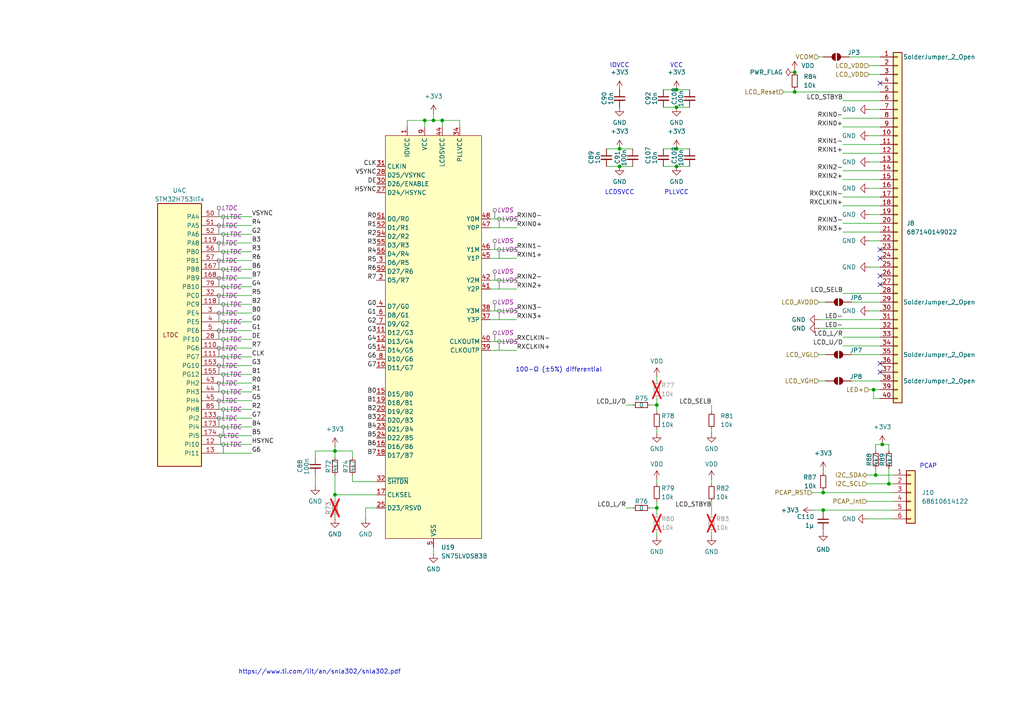
<source format=kicad_sch>
(kicad_sch
	(version 20250114)
	(generator "eeschema")
	(generator_version "9.0")
	(uuid "cfc08744-1338-460e-b9d6-bbb983fd58f1")
	(paper "A4")
	
	(text "100-Ω (±5%) differential "
		(exclude_from_sim no)
		(at 162.56 107.315 0)
		(effects
			(font
				(size 1.27 1.27)
			)
		)
		(uuid "1da41025-8cff-4a99-b544-8c763a73e2d1")
	)
	(text "PLLVCC"
		(exclude_from_sim no)
		(at 196.215 55.88 0)
		(effects
			(font
				(size 1.27 1.27)
			)
		)
		(uuid "69441736-eb38-4f01-a3f7-3aea416466f1")
	)
	(text "VCC"
		(exclude_from_sim no)
		(at 196.215 19.05 0)
		(effects
			(font
				(size 1.27 1.27)
			)
		)
		(uuid "7910a5ee-8ec7-4e91-a5a0-12c5f115d328")
	)
	(text "PCAP"
		(exclude_from_sim no)
		(at 269.24 135.255 0)
		(effects
			(font
				(size 1.27 1.27)
			)
		)
		(uuid "953f9d08-beaa-4a51-9778-13ce58a1a9e4")
	)
	(text "IOVCC"
		(exclude_from_sim no)
		(at 179.705 19.05 0)
		(effects
			(font
				(size 1.27 1.27)
			)
		)
		(uuid "9606f5f8-be5b-4b2d-8242-fc97946d3518")
	)
	(text "LCDSVCC"
		(exclude_from_sim no)
		(at 179.705 55.88 0)
		(effects
			(font
				(size 1.27 1.27)
			)
		)
		(uuid "b0eadaf5-52dd-452a-a86a-3eeecaa6db12")
	)
	(text "https://www.ti.com/lit/an/snla302/snla302.pdf"
		(exclude_from_sim no)
		(at 92.71 194.945 0)
		(effects
			(font
				(size 1.27 1.27)
			)
		)
		(uuid "bb44997b-1e8e-473d-b79d-3a23b573ff01")
	)
	(junction
		(at 97.155 130.81)
		(diameter 0)
		(color 0 0 0 0)
		(uuid "0a014240-3880-4e76-9a94-85fc4b86e196")
	)
	(junction
		(at 179.705 48.26)
		(diameter 0)
		(color 0 0 0 0)
		(uuid "1a981e4a-df1f-4554-808a-8cb682e6b709")
	)
	(junction
		(at 255.905 128.905)
		(diameter 0)
		(color 0 0 0 0)
		(uuid "1f38e153-e651-4879-8c77-3220d9bfe30b")
	)
	(junction
		(at 196.215 26.035)
		(diameter 0)
		(color 0 0 0 0)
		(uuid "36bddcfd-11d5-48fe-af61-3a943aa79791")
	)
	(junction
		(at 257.81 140.335)
		(diameter 0)
		(color 0 0 0 0)
		(uuid "3925a27d-4875-405a-8c29-a7ba8d4725f7")
	)
	(junction
		(at 125.73 34.925)
		(diameter 0)
		(color 0 0 0 0)
		(uuid "51eeccfe-6686-4ca9-8aba-d515e08cb179")
	)
	(junction
		(at 190.5 117.475)
		(diameter 0)
		(color 0 0 0 0)
		(uuid "587b8044-6d76-4594-b205-64f5ae3d0cbf")
	)
	(junction
		(at 128.27 34.925)
		(diameter 0)
		(color 0 0 0 0)
		(uuid "5e4fb1b3-b906-42cb-9bcf-1fe43b515c5c")
	)
	(junction
		(at 123.19 34.925)
		(diameter 0)
		(color 0 0 0 0)
		(uuid "6921e377-c6aa-4918-8f18-78751ee65e4b")
	)
	(junction
		(at 230.505 26.67)
		(diameter 0)
		(color 0 0 0 0)
		(uuid "6b7b1be5-7851-40f7-b61c-54746ac8b71c")
	)
	(junction
		(at 179.705 43.18)
		(diameter 0)
		(color 0 0 0 0)
		(uuid "6f2f8254-1c91-4009-962f-948e94f45990")
	)
	(junction
		(at 238.76 147.955)
		(diameter 0)
		(color 0 0 0 0)
		(uuid "833e2d64-fc43-464a-9283-f695744d3d12")
	)
	(junction
		(at 253.365 113.03)
		(diameter 0)
		(color 0 0 0 0)
		(uuid "89518f6e-9c83-421f-9c57-ab6c1f4a7a34")
	)
	(junction
		(at 97.155 143.51)
		(diameter 0)
		(color 0 0 0 0)
		(uuid "b360e58b-d3d1-4f91-b7db-26a83f81783f")
	)
	(junction
		(at 238.76 142.875)
		(diameter 0)
		(color 0 0 0 0)
		(uuid "ba9f6885-d1c2-4976-8e6c-b3c768d67c14")
	)
	(junction
		(at 190.5 147.32)
		(diameter 0)
		(color 0 0 0 0)
		(uuid "cbdd449a-e405-445e-a272-3419885e6243")
	)
	(junction
		(at 196.215 48.26)
		(diameter 0)
		(color 0 0 0 0)
		(uuid "d008a368-33cc-4d3e-b958-698d092dfcd5")
	)
	(junction
		(at 196.215 31.115)
		(diameter 0)
		(color 0 0 0 0)
		(uuid "ec8f96ba-b615-4c3c-85a1-f8ab19bdb118")
	)
	(junction
		(at 230.505 20.955)
		(diameter 0)
		(color 0 0 0 0)
		(uuid "f0bb0dd0-1498-4cf2-80b4-e31af6999afb")
	)
	(junction
		(at 196.215 43.18)
		(diameter 0)
		(color 0 0 0 0)
		(uuid "f4221231-7f4d-4ee4-b654-d71f985c5bf1")
	)
	(junction
		(at 254 137.795)
		(diameter 0)
		(color 0 0 0 0)
		(uuid "f621acd5-9b92-4da7-afc1-ea1e53f7700e")
	)
	(no_connect
		(at 255.27 107.95)
		(uuid "206530de-08a6-4322-927d-360e1543f9c3")
	)
	(no_connect
		(at 255.27 80.01)
		(uuid "4670c019-b6c9-4fcc-b1c1-90483035a52d")
	)
	(no_connect
		(at 255.27 72.39)
		(uuid "57ba4c83-7552-48dc-a263-d34d0b323fe5")
	)
	(no_connect
		(at 255.27 82.55)
		(uuid "58e4a9ba-9959-41ee-8aa7-af7bb26bb0fc")
	)
	(no_connect
		(at 255.27 74.93)
		(uuid "6656bea9-1e28-47cc-8494-9faa91d6f4b4")
	)
	(no_connect
		(at 255.27 24.13)
		(uuid "b5294258-8b2c-4d02-a271-4a5af5e8753b")
	)
	(no_connect
		(at 255.27 105.41)
		(uuid "d5a720d4-226e-4161-a590-27effc13fbc0")
	)
	(wire
		(pts
			(xy 196.215 48.26) (xy 200.025 48.26)
		)
		(stroke
			(width 0)
			(type default)
		)
		(uuid "0298da3d-88c6-441a-bd23-3a8b6279e8c9")
	)
	(wire
		(pts
			(xy 251.46 140.335) (xy 257.81 140.335)
		)
		(stroke
			(width 0)
			(type default)
		)
		(uuid "05e528cd-cd25-429f-b1b3-d804461f1fbb")
	)
	(wire
		(pts
			(xy 257.81 135.89) (xy 257.81 140.335)
		)
		(stroke
			(width 0)
			(type default)
		)
		(uuid "06b39ecd-f131-4d5e-be11-106155e0051c")
	)
	(wire
		(pts
			(xy 149.86 99.06) (xy 142.24 99.06)
		)
		(stroke
			(width 0)
			(type default)
		)
		(uuid "0714a536-7eb6-4ce2-851e-ea015f0458bc")
	)
	(wire
		(pts
			(xy 238.76 154.305) (xy 238.76 153.67)
		)
		(stroke
			(width 0)
			(type default)
		)
		(uuid "07f733c1-2c84-4554-b580-90af3ab3af81")
	)
	(wire
		(pts
			(xy 97.155 149.86) (xy 97.155 150.495)
		)
		(stroke
			(width 0)
			(type default)
		)
		(uuid "09997052-fd26-4555-95c6-8743f1453e4f")
	)
	(wire
		(pts
			(xy 73.025 90.805) (xy 63.5 90.805)
		)
		(stroke
			(width 0)
			(type default)
		)
		(uuid "0c7769d9-58d9-424f-8e8c-af7626579794")
	)
	(wire
		(pts
			(xy 102.235 130.81) (xy 102.235 132.715)
		)
		(stroke
			(width 0)
			(type default)
		)
		(uuid "0c8bd05c-5fba-4223-a449-4cbbc5bdec09")
	)
	(wire
		(pts
			(xy 133.35 34.925) (xy 133.35 36.83)
		)
		(stroke
			(width 0)
			(type default)
		)
		(uuid "0fe53239-7447-4eb5-8ad5-c0e8b73b79db")
	)
	(wire
		(pts
			(xy 125.73 158.75) (xy 125.73 160.655)
		)
		(stroke
			(width 0)
			(type default)
		)
		(uuid "10cb2966-9e76-4d0b-ae0d-260f6ad04f92")
	)
	(wire
		(pts
			(xy 63.5 111.125) (xy 73.025 111.125)
		)
		(stroke
			(width 0)
			(type default)
		)
		(uuid "15e610cc-4c82-431d-a9a2-2303922c457c")
	)
	(wire
		(pts
			(xy 190.5 147.32) (xy 190.5 149.225)
		)
		(stroke
			(width 0)
			(type default)
		)
		(uuid "1682fa89-003e-4157-a37f-bb74a89a1921")
	)
	(wire
		(pts
			(xy 230.505 20.32) (xy 230.505 20.955)
		)
		(stroke
			(width 0)
			(type default)
		)
		(uuid "17155407-70a1-437c-acf1-ef8c745c8d55")
	)
	(wire
		(pts
			(xy 73.025 78.105) (xy 63.5 78.105)
		)
		(stroke
			(width 0)
			(type default)
		)
		(uuid "17d94e04-1564-40d7-929a-7f08193a5664")
	)
	(wire
		(pts
			(xy 238.76 147.955) (xy 238.76 148.59)
		)
		(stroke
			(width 0)
			(type default)
		)
		(uuid "193249d7-42be-4aa3-9346-3782bac88bef")
	)
	(wire
		(pts
			(xy 190.5 109.22) (xy 190.5 110.49)
		)
		(stroke
			(width 0)
			(type default)
		)
		(uuid "19ebde49-e7ee-4f44-aa21-c9a530b73c81")
	)
	(wire
		(pts
			(xy 252.095 90.17) (xy 255.27 90.17)
		)
		(stroke
			(width 0)
			(type default)
		)
		(uuid "1c029d85-b489-425d-b4be-7fb14080dda1")
	)
	(wire
		(pts
			(xy 247.015 87.63) (xy 255.27 87.63)
		)
		(stroke
			(width 0)
			(type default)
		)
		(uuid "1d48773f-2c67-4fd6-b92d-82324b248da6")
	)
	(wire
		(pts
			(xy 73.025 121.285) (xy 63.5 121.285)
		)
		(stroke
			(width 0)
			(type default)
		)
		(uuid "207bac0e-477b-4ecc-a9e7-30d1882c0397")
	)
	(wire
		(pts
			(xy 97.155 130.81) (xy 102.235 130.81)
		)
		(stroke
			(width 0)
			(type default)
		)
		(uuid "23b220bd-13e9-445f-ae5e-3ab326eee3d2")
	)
	(wire
		(pts
			(xy 238.76 142.24) (xy 238.76 142.875)
		)
		(stroke
			(width 0)
			(type default)
		)
		(uuid "23c600d3-e761-4c99-b45d-34adfb2a9b67")
	)
	(wire
		(pts
			(xy 244.475 59.69) (xy 255.27 59.69)
		)
		(stroke
			(width 0)
			(type default)
		)
		(uuid "27619d87-814b-4e66-8ce5-84c9b258f0bf")
	)
	(wire
		(pts
			(xy 142.24 74.93) (xy 149.86 74.93)
		)
		(stroke
			(width 0)
			(type default)
		)
		(uuid "29b1f2f7-9974-4042-9e5d-7f1190fac34f")
	)
	(wire
		(pts
			(xy 142.24 83.82) (xy 149.86 83.82)
		)
		(stroke
			(width 0)
			(type default)
		)
		(uuid "2c715c41-8579-4be5-8127-330173332aa8")
	)
	(wire
		(pts
			(xy 244.475 64.77) (xy 255.27 64.77)
		)
		(stroke
			(width 0)
			(type default)
		)
		(uuid "2f1b7142-5359-4472-b1fd-de96165f83e6")
	)
	(wire
		(pts
			(xy 73.025 80.645) (xy 63.5 80.645)
		)
		(stroke
			(width 0)
			(type default)
		)
		(uuid "2f42cc24-c719-4c2e-85ed-24e93a3cc083")
	)
	(wire
		(pts
			(xy 252.095 21.59) (xy 255.27 21.59)
		)
		(stroke
			(width 0)
			(type default)
		)
		(uuid "2f4e38f2-30cc-442c-b415-30467d32412d")
	)
	(wire
		(pts
			(xy 109.22 139.7) (xy 102.235 139.7)
		)
		(stroke
			(width 0)
			(type default)
		)
		(uuid "2fa43b00-581c-4b57-a7a9-a604f50b01d8")
	)
	(wire
		(pts
			(xy 73.025 70.485) (xy 63.5 70.485)
		)
		(stroke
			(width 0)
			(type default)
		)
		(uuid "2fd05b17-4010-4706-b3dd-e515141cfb1b")
	)
	(wire
		(pts
			(xy 181.61 147.32) (xy 183.515 147.32)
		)
		(stroke
			(width 0)
			(type default)
		)
		(uuid "30ffd6f7-ef1f-437f-9a7c-a23e216c9290")
	)
	(wire
		(pts
			(xy 206.375 117.475) (xy 206.375 119.38)
		)
		(stroke
			(width 0)
			(type default)
		)
		(uuid "312df952-f886-423f-9ecc-b76acc89c019")
	)
	(wire
		(pts
			(xy 244.475 57.15) (xy 255.27 57.15)
		)
		(stroke
			(width 0)
			(type default)
		)
		(uuid "338cbeb0-9e4c-42b6-9787-f19a5da2870c")
	)
	(wire
		(pts
			(xy 73.025 85.725) (xy 63.5 85.725)
		)
		(stroke
			(width 0)
			(type default)
		)
		(uuid "353d6dc0-f1dc-426d-ba7b-8e9e71df4b19")
	)
	(wire
		(pts
			(xy 230.505 26.035) (xy 230.505 26.67)
		)
		(stroke
			(width 0)
			(type default)
		)
		(uuid "354a3f1c-1c85-4f32-9b4a-8a7f5efa4e0a")
	)
	(wire
		(pts
			(xy 254 128.905) (xy 255.905 128.905)
		)
		(stroke
			(width 0)
			(type default)
		)
		(uuid "357e09a7-75f7-41a8-8c60-319f523d3773")
	)
	(wire
		(pts
			(xy 97.155 132.715) (xy 97.155 130.81)
		)
		(stroke
			(width 0)
			(type default)
		)
		(uuid "36eb8b53-c7a4-49dd-be5b-2105c6730fe4")
	)
	(wire
		(pts
			(xy 190.5 145.415) (xy 190.5 147.32)
		)
		(stroke
			(width 0)
			(type default)
		)
		(uuid "37521562-0348-42d1-a316-ad5f22f99668")
	)
	(wire
		(pts
			(xy 106.045 147.32) (xy 109.22 147.32)
		)
		(stroke
			(width 0)
			(type default)
		)
		(uuid "3a719ff8-c0b4-4593-b1f0-e26697bd70c2")
	)
	(wire
		(pts
			(xy 206.375 124.46) (xy 206.375 125.73)
		)
		(stroke
			(width 0)
			(type default)
		)
		(uuid "3ae24d99-1378-4e06-9b17-fab03726b185")
	)
	(wire
		(pts
			(xy 253.365 115.57) (xy 253.365 113.03)
		)
		(stroke
			(width 0)
			(type default)
		)
		(uuid "3d796974-152f-4f56-bd9a-5cb2a66feb94")
	)
	(wire
		(pts
			(xy 149.86 90.17) (xy 142.24 90.17)
		)
		(stroke
			(width 0)
			(type default)
		)
		(uuid "3db8ead2-c244-4591-9f6b-d8e5bc35cade")
	)
	(wire
		(pts
			(xy 251.46 137.795) (xy 254 137.795)
		)
		(stroke
			(width 0)
			(type default)
		)
		(uuid "3f295cfd-ebba-4b1e-bac9-708590bd77b6")
	)
	(wire
		(pts
			(xy 63.5 113.665) (xy 73.025 113.665)
		)
		(stroke
			(width 0)
			(type default)
		)
		(uuid "41c0f2a2-254c-4e56-9716-76286db98166")
	)
	(wire
		(pts
			(xy 91.44 130.81) (xy 97.155 130.81)
		)
		(stroke
			(width 0)
			(type default)
		)
		(uuid "45d0edf7-736a-4aa7-a23f-5212f8458eff")
	)
	(wire
		(pts
			(xy 253.365 115.57) (xy 255.27 115.57)
		)
		(stroke
			(width 0)
			(type default)
		)
		(uuid "4718d472-c8b6-4441-ab81-d18e38c07fbd")
	)
	(wire
		(pts
			(xy 73.025 95.885) (xy 63.5 95.885)
		)
		(stroke
			(width 0)
			(type default)
		)
		(uuid "474024e8-c41f-40cb-9189-6472ac0431c2")
	)
	(wire
		(pts
			(xy 244.475 52.07) (xy 255.27 52.07)
		)
		(stroke
			(width 0)
			(type default)
		)
		(uuid "48985834-8e71-434f-b58e-ed9ffa085d20")
	)
	(wire
		(pts
			(xy 238.76 147.955) (xy 259.08 147.955)
		)
		(stroke
			(width 0)
			(type default)
		)
		(uuid "4c814185-20ab-4c63-85a3-08873cf631b5")
	)
	(wire
		(pts
			(xy 73.025 126.365) (xy 63.5 126.365)
		)
		(stroke
			(width 0)
			(type default)
		)
		(uuid "4cfb2005-de05-4a9f-b8a3-20c9e3e1b72d")
	)
	(wire
		(pts
			(xy 73.025 88.265) (xy 63.5 88.265)
		)
		(stroke
			(width 0)
			(type default)
		)
		(uuid "502ec2c1-b2f3-4c69-8215-aea89d77cbb8")
	)
	(wire
		(pts
			(xy 235.585 142.875) (xy 238.76 142.875)
		)
		(stroke
			(width 0)
			(type default)
		)
		(uuid "51176f82-a718-44d9-8aac-1fbaebeebff1")
	)
	(wire
		(pts
			(xy 125.73 34.925) (xy 128.27 34.925)
		)
		(stroke
			(width 0)
			(type default)
		)
		(uuid "512c3170-6919-410f-ab24-a01210192fc0")
	)
	(wire
		(pts
			(xy 73.025 75.565) (xy 63.5 75.565)
		)
		(stroke
			(width 0)
			(type default)
		)
		(uuid "5189ac23-5b18-47b9-a125-4cf0911b02fc")
	)
	(wire
		(pts
			(xy 175.895 48.26) (xy 179.705 48.26)
		)
		(stroke
			(width 0)
			(type default)
		)
		(uuid "57ab13e2-8a92-42d1-9fb8-6b02d0766ffe")
	)
	(wire
		(pts
			(xy 188.595 147.32) (xy 190.5 147.32)
		)
		(stroke
			(width 0)
			(type default)
		)
		(uuid "5bb6ede0-1f09-4ee3-b054-e913caa88144")
	)
	(wire
		(pts
			(xy 252.095 62.23) (xy 255.27 62.23)
		)
		(stroke
			(width 0)
			(type default)
		)
		(uuid "5d74f553-7285-4b03-8f7a-7493264e6ca7")
	)
	(wire
		(pts
			(xy 237.49 92.71) (xy 255.27 92.71)
		)
		(stroke
			(width 0)
			(type default)
		)
		(uuid "5f241d29-31c2-41f4-bd3d-059c2e65be39")
	)
	(wire
		(pts
			(xy 73.025 128.905) (xy 63.5 128.905)
		)
		(stroke
			(width 0)
			(type default)
		)
		(uuid "6075275d-7f2e-461d-a448-e93aaa6b54b5")
	)
	(wire
		(pts
			(xy 206.375 139.065) (xy 206.375 140.335)
		)
		(stroke
			(width 0)
			(type default)
		)
		(uuid "60c7230e-5bca-4180-bcca-03d23889c8d9")
	)
	(wire
		(pts
			(xy 179.705 43.18) (xy 183.515 43.18)
		)
		(stroke
			(width 0)
			(type default)
		)
		(uuid "652c6c39-fa45-4f03-89a8-cde00a0d1335")
	)
	(wire
		(pts
			(xy 181.61 117.475) (xy 183.515 117.475)
		)
		(stroke
			(width 0)
			(type default)
		)
		(uuid "65cc8ab6-13ef-40a8-9b07-cc9baf602c04")
	)
	(wire
		(pts
			(xy 244.475 67.31) (xy 255.27 67.31)
		)
		(stroke
			(width 0)
			(type default)
		)
		(uuid "671eb76e-ac7c-495b-9377-d06227dbda46")
	)
	(wire
		(pts
			(xy 206.375 154.305) (xy 206.375 155.575)
		)
		(stroke
			(width 0)
			(type default)
		)
		(uuid "68278b12-7341-4bce-ab78-6f965d6478a7")
	)
	(wire
		(pts
			(xy 188.595 117.475) (xy 190.5 117.475)
		)
		(stroke
			(width 0)
			(type default)
		)
		(uuid "6e4fea39-f48b-434e-b2ca-502d3b4c5e09")
	)
	(wire
		(pts
			(xy 106.045 150.495) (xy 106.045 147.32)
		)
		(stroke
			(width 0)
			(type default)
		)
		(uuid "6f5af170-38aa-4c58-a2e9-2e76e811c87e")
	)
	(wire
		(pts
			(xy 63.5 106.045) (xy 73.025 106.045)
		)
		(stroke
			(width 0)
			(type default)
		)
		(uuid "6fd5cd1c-1fce-4386-8556-454db23ddc22")
	)
	(wire
		(pts
			(xy 63.5 108.585) (xy 73.025 108.585)
		)
		(stroke
			(width 0)
			(type default)
		)
		(uuid "705eca2d-93f6-4c58-a085-77d229760b3e")
	)
	(wire
		(pts
			(xy 244.475 100.33) (xy 255.27 100.33)
		)
		(stroke
			(width 0)
			(type default)
		)
		(uuid "71413b15-4c29-4db8-9aca-4d4d08e03b81")
	)
	(wire
		(pts
			(xy 190.5 124.46) (xy 190.5 125.73)
		)
		(stroke
			(width 0)
			(type default)
		)
		(uuid "71808231-1ba2-4266-ac0d-4cd719878a39")
	)
	(wire
		(pts
			(xy 251.46 145.415) (xy 259.08 145.415)
		)
		(stroke
			(width 0)
			(type default)
		)
		(uuid "718cbf0e-2c2e-4dfb-aa82-e96c26e595e9")
	)
	(wire
		(pts
			(xy 73.025 98.425) (xy 63.5 98.425)
		)
		(stroke
			(width 0)
			(type default)
		)
		(uuid "7346d934-c35c-43c1-88c0-f88dc480586d")
	)
	(wire
		(pts
			(xy 123.19 34.925) (xy 125.73 34.925)
		)
		(stroke
			(width 0)
			(type default)
		)
		(uuid "79289023-9eda-4942-b277-ffdf5c17a90c")
	)
	(wire
		(pts
			(xy 206.375 145.415) (xy 206.375 149.225)
		)
		(stroke
			(width 0)
			(type default)
		)
		(uuid "79526d75-b91c-4e80-a209-f4f7252523a2")
	)
	(wire
		(pts
			(xy 237.49 95.25) (xy 255.27 95.25)
		)
		(stroke
			(width 0)
			(type default)
		)
		(uuid "7a3e6c4f-9432-460d-bcc3-675f61fb2f7b")
	)
	(wire
		(pts
			(xy 237.49 87.63) (xy 239.395 87.63)
		)
		(stroke
			(width 0)
			(type default)
		)
		(uuid "7ba4c5a6-fc2a-42bf-835e-6d3fe146eb49")
	)
	(wire
		(pts
			(xy 73.025 65.405) (xy 63.5 65.405)
		)
		(stroke
			(width 0)
			(type default)
		)
		(uuid "7c194a2f-2393-4372-aed6-e1e9f16266e8")
	)
	(wire
		(pts
			(xy 244.475 85.09) (xy 255.27 85.09)
		)
		(stroke
			(width 0)
			(type default)
		)
		(uuid "7d97b2ea-9c3a-4444-8140-5f88442d21a4")
	)
	(wire
		(pts
			(xy 247.015 110.49) (xy 255.27 110.49)
		)
		(stroke
			(width 0)
			(type default)
		)
		(uuid "7eec6d08-ea72-4bec-9e8e-da5a45800fae")
	)
	(wire
		(pts
			(xy 102.235 139.7) (xy 102.235 137.795)
		)
		(stroke
			(width 0)
			(type default)
		)
		(uuid "7ef4ed38-09cf-4dc1-8d17-593720d6bfbd")
	)
	(wire
		(pts
			(xy 257.81 140.335) (xy 259.08 140.335)
		)
		(stroke
			(width 0)
			(type default)
		)
		(uuid "80449c22-7a2e-48ef-b100-319c64440b08")
	)
	(wire
		(pts
			(xy 91.44 130.81) (xy 91.44 132.715)
		)
		(stroke
			(width 0)
			(type default)
		)
		(uuid "8052b36c-73f0-4c99-a4b1-bba64c1b82e2")
	)
	(wire
		(pts
			(xy 118.11 34.925) (xy 123.19 34.925)
		)
		(stroke
			(width 0)
			(type default)
		)
		(uuid "82256a26-20d4-4f1c-8160-6219baaaf0fd")
	)
	(wire
		(pts
			(xy 192.405 31.115) (xy 196.215 31.115)
		)
		(stroke
			(width 0)
			(type default)
		)
		(uuid "824ceded-869f-4f61-9b0d-737a6d94db16")
	)
	(wire
		(pts
			(xy 252.095 31.75) (xy 255.27 31.75)
		)
		(stroke
			(width 0)
			(type default)
		)
		(uuid "83cc7d18-3605-4624-a3e7-065a5db17972")
	)
	(wire
		(pts
			(xy 97.155 129.54) (xy 97.155 130.81)
		)
		(stroke
			(width 0)
			(type default)
		)
		(uuid "862bf58b-0b37-45d1-90c8-c77c888bb601")
	)
	(wire
		(pts
			(xy 238.76 142.875) (xy 259.08 142.875)
		)
		(stroke
			(width 0)
			(type default)
		)
		(uuid "8a253ece-2bc3-43e4-9198-530d6b262d90")
	)
	(wire
		(pts
			(xy 253.365 113.03) (xy 255.27 113.03)
		)
		(stroke
			(width 0)
			(type default)
		)
		(uuid "8b0d9d8b-5c7a-4cad-883a-66ceb5f7ef54")
	)
	(wire
		(pts
			(xy 237.49 102.87) (xy 239.395 102.87)
		)
		(stroke
			(width 0)
			(type default)
		)
		(uuid "8b6da8b0-de78-4e0a-9628-aa523a0de7bb")
	)
	(wire
		(pts
			(xy 252.095 69.85) (xy 255.27 69.85)
		)
		(stroke
			(width 0)
			(type default)
		)
		(uuid "8fcba768-840e-438e-ac66-8ec626ed306c")
	)
	(wire
		(pts
			(xy 175.895 43.18) (xy 179.705 43.18)
		)
		(stroke
			(width 0)
			(type default)
		)
		(uuid "90afa069-9607-44d1-8a5b-5ef07d699a4a")
	)
	(wire
		(pts
			(xy 123.19 34.925) (xy 123.19 36.83)
		)
		(stroke
			(width 0)
			(type default)
		)
		(uuid "95aa725c-7b4c-4809-b773-ab53822a785e")
	)
	(wire
		(pts
			(xy 91.44 137.795) (xy 91.44 140.97)
		)
		(stroke
			(width 0)
			(type default)
		)
		(uuid "96be8705-1aaf-4f28-aace-ecacb5b0fc86")
	)
	(wire
		(pts
			(xy 235.585 147.955) (xy 238.76 147.955)
		)
		(stroke
			(width 0)
			(type default)
		)
		(uuid "9af2513d-bd0e-422c-8c69-9f61ea71fb1c")
	)
	(wire
		(pts
			(xy 244.475 34.29) (xy 255.27 34.29)
		)
		(stroke
			(width 0)
			(type default)
		)
		(uuid "9afaf073-8914-4b5f-9a09-321c7823603b")
	)
	(wire
		(pts
			(xy 149.86 63.5) (xy 142.24 63.5)
		)
		(stroke
			(width 0)
			(type default)
		)
		(uuid "9b1bb6e8-b640-4df4-90e7-f515e45fb94d")
	)
	(wire
		(pts
			(xy 257.81 128.905) (xy 257.81 130.81)
		)
		(stroke
			(width 0)
			(type default)
		)
		(uuid "9c4d6a6f-f984-42f1-a37b-45ccd36c49c2")
	)
	(wire
		(pts
			(xy 252.095 113.03) (xy 253.365 113.03)
		)
		(stroke
			(width 0)
			(type default)
		)
		(uuid "9cb67b43-cabd-47e1-99bb-bf896041f2a0")
	)
	(wire
		(pts
			(xy 255.905 128.905) (xy 257.81 128.905)
		)
		(stroke
			(width 0)
			(type default)
		)
		(uuid "9cd4ebb7-1f67-4d4a-86a6-5d4df2a67f6d")
	)
	(wire
		(pts
			(xy 73.025 103.505) (xy 63.5 103.505)
		)
		(stroke
			(width 0)
			(type default)
		)
		(uuid "9cd80d76-b308-4f36-bf78-30d41cf882c2")
	)
	(wire
		(pts
			(xy 238.76 16.51) (xy 237.49 16.51)
		)
		(stroke
			(width 0)
			(type default)
		)
		(uuid "9f27b011-688f-4b6b-a398-2eb6a223dd49")
	)
	(wire
		(pts
			(xy 73.025 123.825) (xy 63.5 123.825)
		)
		(stroke
			(width 0)
			(type default)
		)
		(uuid "a0b0b6be-49e7-466a-9be7-f5d9a5e202c7")
	)
	(wire
		(pts
			(xy 73.025 62.865) (xy 63.5 62.865)
		)
		(stroke
			(width 0)
			(type default)
		)
		(uuid "a2d4b60b-4a56-4117-9f46-350310b40e10")
	)
	(wire
		(pts
			(xy 238.76 136.525) (xy 238.76 137.16)
		)
		(stroke
			(width 0)
			(type default)
		)
		(uuid "a38bdfda-67d3-463a-8274-24b317601fed")
	)
	(wire
		(pts
			(xy 196.215 43.18) (xy 200.025 43.18)
		)
		(stroke
			(width 0)
			(type default)
		)
		(uuid "a42e8e46-cd2f-432f-9417-b53432b08db3")
	)
	(wire
		(pts
			(xy 230.505 26.67) (xy 255.27 26.67)
		)
		(stroke
			(width 0)
			(type default)
		)
		(uuid "a94d2cb2-c0e3-4b77-867f-08036eb8635e")
	)
	(wire
		(pts
			(xy 179.705 48.26) (xy 183.515 48.26)
		)
		(stroke
			(width 0)
			(type default)
		)
		(uuid "a9ab5bcb-7b6e-465d-8750-6972b61c2bbb")
	)
	(wire
		(pts
			(xy 196.215 31.115) (xy 200.025 31.115)
		)
		(stroke
			(width 0)
			(type default)
		)
		(uuid "aa32b454-0871-44c0-a45c-e8ddba70bf7e")
	)
	(wire
		(pts
			(xy 73.025 83.185) (xy 63.5 83.185)
		)
		(stroke
			(width 0)
			(type default)
		)
		(uuid "ab9141a5-c2e4-4987-b240-5417d21ae07d")
	)
	(wire
		(pts
			(xy 244.475 49.53) (xy 255.27 49.53)
		)
		(stroke
			(width 0)
			(type default)
		)
		(uuid "ae07fa32-ecd4-4f47-9f9a-68257480dc89")
	)
	(wire
		(pts
			(xy 252.095 19.05) (xy 255.27 19.05)
		)
		(stroke
			(width 0)
			(type default)
		)
		(uuid "ae5d1da4-dc18-4b2d-bc7a-ff67f4fd9e22")
	)
	(wire
		(pts
			(xy 73.025 73.025) (xy 63.5 73.025)
		)
		(stroke
			(width 0)
			(type default)
		)
		(uuid "ae88b2ef-c6a0-445c-8cfe-50ec635910c2")
	)
	(wire
		(pts
			(xy 252.095 77.47) (xy 255.27 77.47)
		)
		(stroke
			(width 0)
			(type default)
		)
		(uuid "b3918266-6f83-4b67-95c2-a18adeb3b8f8")
	)
	(wire
		(pts
			(xy 244.475 97.79) (xy 255.27 97.79)
		)
		(stroke
			(width 0)
			(type default)
		)
		(uuid "b74665b8-9c25-4e6e-9b69-3020ade95bd7")
	)
	(wire
		(pts
			(xy 125.73 33.02) (xy 125.73 34.925)
		)
		(stroke
			(width 0)
			(type default)
		)
		(uuid "b840f00d-7dd3-40a7-a038-2bd1432f126e")
	)
	(wire
		(pts
			(xy 128.27 34.925) (xy 133.35 34.925)
		)
		(stroke
			(width 0)
			(type default)
		)
		(uuid "b92b6ecf-f5c2-4e28-a6c0-424f103af062")
	)
	(wire
		(pts
			(xy 252.095 54.61) (xy 255.27 54.61)
		)
		(stroke
			(width 0)
			(type default)
		)
		(uuid "ba578d3a-fb82-4cea-8c1f-7e1fda372293")
	)
	(wire
		(pts
			(xy 254 137.795) (xy 259.08 137.795)
		)
		(stroke
			(width 0)
			(type default)
		)
		(uuid "bbd5ddb8-14c3-4b2b-aa92-4b50e140d68c")
	)
	(wire
		(pts
			(xy 251.46 150.495) (xy 259.08 150.495)
		)
		(stroke
			(width 0)
			(type default)
		)
		(uuid "bc4832a6-be93-4682-a561-6bd59cf7249f")
	)
	(wire
		(pts
			(xy 254 128.905) (xy 254 130.81)
		)
		(stroke
			(width 0)
			(type default)
		)
		(uuid "bd98bc5c-a944-4744-b53e-8f22f3ee1dda")
	)
	(wire
		(pts
			(xy 142.24 101.6) (xy 149.86 101.6)
		)
		(stroke
			(width 0)
			(type default)
		)
		(uuid "bdbf3e05-4ce9-4913-af14-3d367f3a176f")
	)
	(wire
		(pts
			(xy 244.475 36.83) (xy 255.27 36.83)
		)
		(stroke
			(width 0)
			(type default)
		)
		(uuid "bef8842b-46f7-4d9f-b8ff-b5523cb14e85")
	)
	(wire
		(pts
			(xy 73.025 67.945) (xy 63.5 67.945)
		)
		(stroke
			(width 0)
			(type default)
		)
		(uuid "bf035543-2a39-45e7-8df5-7690765d5f49")
	)
	(wire
		(pts
			(xy 246.38 16.51) (xy 255.27 16.51)
		)
		(stroke
			(width 0)
			(type default)
		)
		(uuid "bf1a0c06-a77e-4d5d-b51a-51e35ebf3517")
	)
	(wire
		(pts
			(xy 252.095 39.37) (xy 255.27 39.37)
		)
		(stroke
			(width 0)
			(type default)
		)
		(uuid "bf23b9bf-e84b-4f47-83d9-2d403c4d44e9")
	)
	(wire
		(pts
			(xy 63.5 118.745) (xy 73.025 118.745)
		)
		(stroke
			(width 0)
			(type default)
		)
		(uuid "c74f487b-259d-4448-825c-86a0898969f4")
	)
	(wire
		(pts
			(xy 192.405 43.18) (xy 196.215 43.18)
		)
		(stroke
			(width 0)
			(type default)
		)
		(uuid "c98340a9-4958-44da-bead-778ce16b983c")
	)
	(wire
		(pts
			(xy 244.475 44.45) (xy 255.27 44.45)
		)
		(stroke
			(width 0)
			(type default)
		)
		(uuid "c9db60b3-18a2-4d9a-b871-8efab5d8404d")
	)
	(wire
		(pts
			(xy 192.405 26.035) (xy 196.215 26.035)
		)
		(stroke
			(width 0)
			(type default)
		)
		(uuid "cedf6cc6-cf0c-4876-9970-dbb1e94e38da")
	)
	(wire
		(pts
			(xy 149.86 72.39) (xy 142.24 72.39)
		)
		(stroke
			(width 0)
			(type default)
		)
		(uuid "d075d592-3916-48ba-bae1-4c662547c997")
	)
	(wire
		(pts
			(xy 73.025 100.965) (xy 63.5 100.965)
		)
		(stroke
			(width 0)
			(type default)
		)
		(uuid "d45c6d57-f568-4cd8-b7c8-36ad8932d851")
	)
	(wire
		(pts
			(xy 247.015 102.87) (xy 255.27 102.87)
		)
		(stroke
			(width 0)
			(type default)
		)
		(uuid "d6807f41-e188-46f1-8757-7119b247f85f")
	)
	(wire
		(pts
			(xy 190.5 117.475) (xy 190.5 119.38)
		)
		(stroke
			(width 0)
			(type default)
		)
		(uuid "e03c2f78-ecb6-4011-a780-91df4e9eb48f")
	)
	(wire
		(pts
			(xy 142.24 92.71) (xy 149.86 92.71)
		)
		(stroke
			(width 0)
			(type default)
		)
		(uuid "e0779c4d-d336-4ce1-bfa3-a3790b2fc8bf")
	)
	(wire
		(pts
			(xy 73.025 131.445) (xy 63.5 131.445)
		)
		(stroke
			(width 0)
			(type default)
		)
		(uuid "e08e363e-2784-44c9-a7c0-82001ed08804")
	)
	(wire
		(pts
			(xy 190.5 139.065) (xy 190.5 140.335)
		)
		(stroke
			(width 0)
			(type default)
		)
		(uuid "e0bfcbdd-bdf9-48a7-a6f5-92a1581af31c")
	)
	(wire
		(pts
			(xy 244.475 41.91) (xy 255.27 41.91)
		)
		(stroke
			(width 0)
			(type default)
		)
		(uuid "e2388c05-3c96-4150-bfba-fabf46d0bbae")
	)
	(wire
		(pts
			(xy 97.155 137.795) (xy 97.155 143.51)
		)
		(stroke
			(width 0)
			(type default)
		)
		(uuid "e70de6e4-78af-4d30-a1cb-1182b39e31e4")
	)
	(wire
		(pts
			(xy 142.24 66.04) (xy 149.86 66.04)
		)
		(stroke
			(width 0)
			(type default)
		)
		(uuid "e7cab5c7-8679-4b50-a42f-f882b181fbb9")
	)
	(wire
		(pts
			(xy 118.11 36.83) (xy 118.11 34.925)
		)
		(stroke
			(width 0)
			(type default)
		)
		(uuid "ea9d0ea8-e098-4297-9c55-b45bedd20476")
	)
	(wire
		(pts
			(xy 149.86 81.28) (xy 142.24 81.28)
		)
		(stroke
			(width 0)
			(type default)
		)
		(uuid "eb39c25b-ffe2-4da6-a0b2-8af71d0c1172")
	)
	(wire
		(pts
			(xy 192.405 48.26) (xy 196.215 48.26)
		)
		(stroke
			(width 0)
			(type default)
		)
		(uuid "f16df34f-8751-4964-b975-6f243a856a47")
	)
	(wire
		(pts
			(xy 237.49 110.49) (xy 239.395 110.49)
		)
		(stroke
			(width 0)
			(type default)
		)
		(uuid "f2557df2-1adf-456b-8f1a-153221d9ea7f")
	)
	(wire
		(pts
			(xy 254 135.89) (xy 254 137.795)
		)
		(stroke
			(width 0)
			(type default)
		)
		(uuid "f34b4a7f-30c2-4c02-acad-64be66476446")
	)
	(wire
		(pts
			(xy 63.5 116.205) (xy 73.025 116.205)
		)
		(stroke
			(width 0)
			(type default)
		)
		(uuid "f535fc31-7588-4f12-9448-61babb53b8af")
	)
	(wire
		(pts
			(xy 97.155 143.51) (xy 109.22 143.51)
		)
		(stroke
			(width 0)
			(type default)
		)
		(uuid "f554973e-e8dd-4851-bca8-6fe663208a8f")
	)
	(wire
		(pts
			(xy 97.155 143.51) (xy 97.155 144.78)
		)
		(stroke
			(width 0)
			(type default)
		)
		(uuid "f564e718-be05-4a41-9b64-a20ab63ac335")
	)
	(wire
		(pts
			(xy 73.025 93.345) (xy 63.5 93.345)
		)
		(stroke
			(width 0)
			(type default)
		)
		(uuid "f5a32e9c-1591-4c8b-a8ac-b0056357b0dd")
	)
	(wire
		(pts
			(xy 190.5 154.305) (xy 190.5 155.575)
		)
		(stroke
			(width 0)
			(type default)
		)
		(uuid "f86d5a4b-b4ea-4bd2-b58a-bff92fc439ab")
	)
	(wire
		(pts
			(xy 244.475 29.21) (xy 255.27 29.21)
		)
		(stroke
			(width 0)
			(type default)
		)
		(uuid "f8bd3e43-06b8-48bc-969c-a24c8a936e42")
	)
	(wire
		(pts
			(xy 227.33 26.67) (xy 230.505 26.67)
		)
		(stroke
			(width 0)
			(type default)
		)
		(uuid "f907b5bd-be26-4ce3-bba1-b715c06131de")
	)
	(wire
		(pts
			(xy 190.5 115.57) (xy 190.5 117.475)
		)
		(stroke
			(width 0)
			(type default)
		)
		(uuid "fc269f37-55eb-4e62-8764-57f209f35f43")
	)
	(wire
		(pts
			(xy 252.095 46.99) (xy 255.27 46.99)
		)
		(stroke
			(width 0)
			(type default)
		)
		(uuid "fd2d8bec-9089-483f-bc2e-e8ddcafcfebb")
	)
	(wire
		(pts
			(xy 128.27 34.925) (xy 128.27 36.83)
		)
		(stroke
			(width 0)
			(type default)
		)
		(uuid "fe954440-ef8c-4f09-84e0-0a27616cf92c")
	)
	(wire
		(pts
			(xy 196.215 26.035) (xy 200.025 26.035)
		)
		(stroke
			(width 0)
			(type default)
		)
		(uuid "ffa19dcc-fc4d-4cde-b3c6-4f1326019579")
	)
	(label "RXIN3-"
		(at 149.86 90.17 0)
		(effects
			(font
				(size 1.27 1.27)
			)
			(justify left bottom)
		)
		(uuid "00d2695c-ba7e-4b9b-a7dc-eb3405ab6848")
	)
	(label "CLK"
		(at 109.22 48.26 180)
		(effects
			(font
				(size 1.27 1.27)
			)
			(justify right bottom)
		)
		(uuid "0152042a-2e95-49bd-8c52-583776a4d18d")
	)
	(label "G7"
		(at 109.22 106.68 180)
		(effects
			(font
				(size 1.27 1.27)
			)
			(justify right bottom)
		)
		(uuid "08754e1f-e8f7-4846-ab84-6afec5cd4af9")
	)
	(label "R6"
		(at 73.025 75.565 0)
		(effects
			(font
				(size 1.27 1.27)
			)
			(justify left bottom)
		)
		(uuid "08ca3b5f-fac8-4fb4-9832-087b8859e3e4")
	)
	(label "G6"
		(at 73.025 131.445 0)
		(effects
			(font
				(size 1.27 1.27)
			)
			(justify left bottom)
		)
		(uuid "096b0597-da20-426d-a588-67938caf16a3")
	)
	(label "B0"
		(at 109.22 114.3 180)
		(effects
			(font
				(size 1.27 1.27)
			)
			(justify right bottom)
		)
		(uuid "096d8b65-3f35-45ea-a2cb-ec5d8c6d025a")
	)
	(label "RXIN2+"
		(at 244.475 52.07 180)
		(effects
			(font
				(size 1.27 1.27)
			)
			(justify right bottom)
		)
		(uuid "0e44530d-a1d4-42ae-910e-b7fa88ab0906")
	)
	(label "G6"
		(at 109.22 104.14 180)
		(effects
			(font
				(size 1.27 1.27)
			)
			(justify right bottom)
		)
		(uuid "148f24ec-133d-46ba-8469-e51a77694918")
	)
	(label "LED-"
		(at 244.475 95.25 180)
		(effects
			(font
				(size 1.27 1.27)
			)
			(justify right bottom)
		)
		(uuid "1734c896-d62e-44bd-8d20-21a2e9dccd60")
	)
	(label "B0"
		(at 73.025 90.805 0)
		(effects
			(font
				(size 1.27 1.27)
			)
			(justify left bottom)
		)
		(uuid "2533289e-e9d3-45ba-974c-2c60d94ab3ac")
	)
	(label "B5"
		(at 73.025 126.365 0)
		(effects
			(font
				(size 1.27 1.27)
			)
			(justify left bottom)
		)
		(uuid "2b03ce00-50b9-443b-a694-95e2ad9fbd0b")
	)
	(label "RXCLKIN+"
		(at 244.475 59.69 180)
		(effects
			(font
				(size 1.27 1.27)
			)
			(justify right bottom)
		)
		(uuid "2bc06b32-3f21-403a-9e2f-cc5591cc7bf4")
	)
	(label "B6"
		(at 73.025 78.105 0)
		(effects
			(font
				(size 1.27 1.27)
			)
			(justify left bottom)
		)
		(uuid "2f13269d-acbc-4026-a52b-966bcaf67fb9")
	)
	(label "R5"
		(at 109.22 76.2 180)
		(effects
			(font
				(size 1.27 1.27)
			)
			(justify right bottom)
		)
		(uuid "2f9635c8-4f48-4faf-a078-cffff38268eb")
	)
	(label "G5"
		(at 109.22 101.6 180)
		(effects
			(font
				(size 1.27 1.27)
			)
			(justify right bottom)
		)
		(uuid "2ff65520-03fa-4157-9b8f-e439531e5d4d")
	)
	(label "R5"
		(at 73.025 85.725 0)
		(effects
			(font
				(size 1.27 1.27)
			)
			(justify left bottom)
		)
		(uuid "30a26e4c-77dd-4daa-959d-9445d0b53384")
	)
	(label "LCD_STBYB"
		(at 206.375 147.32 180)
		(effects
			(font
				(size 1.27 1.27)
			)
			(justify right bottom)
		)
		(uuid "313daad7-5729-4cd5-a0eb-96ce9856e820")
	)
	(label "HSYNC"
		(at 73.025 128.905 0)
		(effects
			(font
				(size 1.27 1.27)
			)
			(justify left bottom)
		)
		(uuid "37ed1a4c-aaa7-4117-9939-eaf71c7fd3dd")
	)
	(label "VSYNC"
		(at 73.025 62.865 0)
		(effects
			(font
				(size 1.27 1.27)
			)
			(justify left bottom)
		)
		(uuid "4027ccb6-ccfc-48bb-ac38-97fd486ede19")
	)
	(label "R3"
		(at 73.025 73.025 0)
		(effects
			(font
				(size 1.27 1.27)
			)
			(justify left bottom)
		)
		(uuid "402fbdd1-f16d-42f6-b6d4-2893e3aeedfc")
	)
	(label "RXIN3+"
		(at 149.86 92.71 0)
		(effects
			(font
				(size 1.27 1.27)
			)
			(justify left bottom)
		)
		(uuid "4a58a965-b7ea-4b42-b760-89192e489f04")
	)
	(label "B3"
		(at 73.025 70.485 0)
		(effects
			(font
				(size 1.27 1.27)
			)
			(justify left bottom)
		)
		(uuid "4fe9fb27-c50c-4dba-8b12-14fe9d941704")
	)
	(label "R0"
		(at 73.025 111.125 0)
		(effects
			(font
				(size 1.27 1.27)
			)
			(justify left bottom)
		)
		(uuid "5036eab7-a315-4c60-9769-172ad985f941")
	)
	(label "R6"
		(at 109.22 78.74 180)
		(effects
			(font
				(size 1.27 1.27)
			)
			(justify right bottom)
		)
		(uuid "50a8c713-5dc9-4c0c-87ac-23fc241eaac3")
	)
	(label "RXIN3+"
		(at 244.475 67.31 180)
		(effects
			(font
				(size 1.27 1.27)
			)
			(justify right bottom)
		)
		(uuid "57003274-96a1-4384-8c1a-2fe513369741")
	)
	(label "R1"
		(at 73.025 113.665 0)
		(effects
			(font
				(size 1.27 1.27)
			)
			(justify left bottom)
		)
		(uuid "57fc748d-c2ac-41da-bfa8-02cfdd97af99")
	)
	(label "B1"
		(at 109.22 116.84 180)
		(effects
			(font
				(size 1.27 1.27)
			)
			(justify right bottom)
		)
		(uuid "5a19eec5-bc36-4a24-9e46-c05116e0da24")
	)
	(label "RXIN2-"
		(at 149.86 81.28 0)
		(effects
			(font
				(size 1.27 1.27)
			)
			(justify left bottom)
		)
		(uuid "5db48e7d-4953-4fc8-b0c0-3d62cafc07b8")
	)
	(label "G3"
		(at 73.025 106.045 0)
		(effects
			(font
				(size 1.27 1.27)
			)
			(justify left bottom)
		)
		(uuid "5ece0f61-52d4-421f-b104-18f73cbff931")
	)
	(label "DE"
		(at 73.025 98.425 0)
		(effects
			(font
				(size 1.27 1.27)
			)
			(justify left bottom)
		)
		(uuid "5f11e062-7669-4fed-ae54-2410bfd2c9aa")
	)
	(label "B4"
		(at 109.22 124.46 180)
		(effects
			(font
				(size 1.27 1.27)
			)
			(justify right bottom)
		)
		(uuid "6243d259-549d-440c-89a5-83209aebb695")
	)
	(label "G3"
		(at 109.22 96.52 180)
		(effects
			(font
				(size 1.27 1.27)
			)
			(justify right bottom)
		)
		(uuid "6475158b-452e-4407-bc5c-cbe2225862a0")
	)
	(label "B3"
		(at 109.22 121.92 180)
		(effects
			(font
				(size 1.27 1.27)
			)
			(justify right bottom)
		)
		(uuid "68a208c6-5f66-4de8-95eb-958a270c0efd")
	)
	(label "RXIN2+"
		(at 149.86 83.82 0)
		(effects
			(font
				(size 1.27 1.27)
			)
			(justify left bottom)
		)
		(uuid "6a680cca-13a6-4f53-947d-dd7b77cb8d80")
	)
	(label "RXCLKIN-"
		(at 149.86 99.06 0)
		(effects
			(font
				(size 1.27 1.27)
			)
			(justify left bottom)
		)
		(uuid "6f80c29e-dcfb-470f-b8a3-254f5fe8390b")
	)
	(label "G2"
		(at 109.22 93.98 180)
		(effects
			(font
				(size 1.27 1.27)
			)
			(justify right bottom)
		)
		(uuid "6fe78f8c-aa6c-495b-a2d0-7e4f6326bc40")
	)
	(label "LCD_L{slash}R"
		(at 181.61 147.32 180)
		(effects
			(font
				(size 1.27 1.27)
			)
			(justify right bottom)
		)
		(uuid "701f3dff-6da1-4e71-87d5-12c85549e106")
	)
	(label "R3"
		(at 109.22 71.12 180)
		(effects
			(font
				(size 1.27 1.27)
			)
			(justify right bottom)
		)
		(uuid "708b591f-2881-4ae0-a20b-d8559f75da6e")
	)
	(label "B5"
		(at 109.22 127 180)
		(effects
			(font
				(size 1.27 1.27)
			)
			(justify right bottom)
		)
		(uuid "70da06be-4e17-4517-957d-299c1ceb91d9")
	)
	(label "LCD_U{slash}D"
		(at 181.61 117.475 180)
		(effects
			(font
				(size 1.27 1.27)
			)
			(justify right bottom)
		)
		(uuid "736e1f78-2325-48bc-b630-11f9ba7deaad")
	)
	(label "G1"
		(at 109.22 91.44 180)
		(effects
			(font
				(size 1.27 1.27)
			)
			(justify right bottom)
		)
		(uuid "82a3c86b-2ae2-4258-a371-0c95745c9d37")
	)
	(label "RXIN1-"
		(at 244.475 41.91 180)
		(effects
			(font
				(size 1.27 1.27)
			)
			(justify right bottom)
		)
		(uuid "9071c682-3516-4aba-9b72-926e5fa6e5bc")
	)
	(label "R4"
		(at 109.22 73.66 180)
		(effects
			(font
				(size 1.27 1.27)
			)
			(justify right bottom)
		)
		(uuid "90d54928-5f90-4149-bde2-70defc6cd53c")
	)
	(label "B2"
		(at 109.22 119.38 180)
		(effects
			(font
				(size 1.27 1.27)
			)
			(justify right bottom)
		)
		(uuid "939d674a-7322-4175-89d4-6cd3eda47fcd")
	)
	(label "R2"
		(at 73.025 118.745 0)
		(effects
			(font
				(size 1.27 1.27)
			)
			(justify left bottom)
		)
		(uuid "94c16b95-1411-4c82-ab58-c6752095558e")
	)
	(label "RXIN1+"
		(at 244.475 44.45 180)
		(effects
			(font
				(size 1.27 1.27)
			)
			(justify right bottom)
		)
		(uuid "9905f431-c83d-495d-8fe2-35654f4019ee")
	)
	(label "R2"
		(at 109.22 68.58 180)
		(effects
			(font
				(size 1.27 1.27)
			)
			(justify right bottom)
		)
		(uuid "9935db15-f43d-43b7-bea3-038a4563c6a7")
	)
	(label "G4"
		(at 73.025 83.185 0)
		(effects
			(font
				(size 1.27 1.27)
			)
			(justify left bottom)
		)
		(uuid "9a114369-d623-4017-b616-6be20bbadbe7")
	)
	(label "G5"
		(at 73.025 116.205 0)
		(effects
			(font
				(size 1.27 1.27)
			)
			(justify left bottom)
		)
		(uuid "a74c3866-9696-441e-9426-16d3b6653334")
	)
	(label "R1"
		(at 109.22 66.04 180)
		(effects
			(font
				(size 1.27 1.27)
			)
			(justify right bottom)
		)
		(uuid "a817359a-3459-47a6-8818-6adb45365941")
	)
	(label "R7"
		(at 109.22 81.28 180)
		(effects
			(font
				(size 1.27 1.27)
			)
			(justify right bottom)
		)
		(uuid "ac079dbe-5a78-4a17-966e-171b8aced527")
	)
	(label "LCD_L{slash}R"
		(at 244.475 97.79 180)
		(effects
			(font
				(size 1.27 1.27)
			)
			(justify right bottom)
		)
		(uuid "af953849-ae79-4acc-9dd4-43444d84753b")
	)
	(label "B6"
		(at 109.22 129.54 180)
		(effects
			(font
				(size 1.27 1.27)
			)
			(justify right bottom)
		)
		(uuid "b0621dcb-a832-422e-b6eb-2d5b296b5c91")
	)
	(label "B1"
		(at 73.025 108.585 0)
		(effects
			(font
				(size 1.27 1.27)
			)
			(justify left bottom)
		)
		(uuid "b8bb422a-6cb6-44d7-8efe-c78bca779ae7")
	)
	(label "RXIN3-"
		(at 244.475 64.77 180)
		(effects
			(font
				(size 1.27 1.27)
			)
			(justify right bottom)
		)
		(uuid "b9c11c3c-104f-422e-aa41-9c235b7c0fc2")
	)
	(label "RXIN0+"
		(at 149.86 66.04 0)
		(effects
			(font
				(size 1.27 1.27)
			)
			(justify left bottom)
		)
		(uuid "b9c9e84b-4347-4742-9098-b667fb92b454")
	)
	(label "B7"
		(at 73.025 80.645 0)
		(effects
			(font
				(size 1.27 1.27)
			)
			(justify left bottom)
		)
		(uuid "c02d7445-1166-41f6-90dc-bbc5efa3194f")
	)
	(label "RXIN0+"
		(at 244.475 36.83 180)
		(effects
			(font
				(size 1.27 1.27)
			)
			(justify right bottom)
		)
		(uuid "c4763b04-115c-41c7-850d-a985c42bc0c0")
	)
	(label "RXIN0-"
		(at 149.86 63.5 0)
		(effects
			(font
				(size 1.27 1.27)
			)
			(justify left bottom)
		)
		(uuid "c7fe985c-fcd6-423c-9a11-e177e191ec62")
	)
	(label "G0"
		(at 109.22 88.9 180)
		(effects
			(font
				(size 1.27 1.27)
			)
			(justify right bottom)
		)
		(uuid "c8abbefb-8dd6-4a5b-a015-e266fb5b1ef4")
	)
	(label "R0"
		(at 109.22 63.5 180)
		(effects
			(font
				(size 1.27 1.27)
			)
			(justify right bottom)
		)
		(uuid "c9efc170-5f61-4d65-ad7e-22c526cf67ae")
	)
	(label "RXIN0-"
		(at 244.475 34.29 180)
		(effects
			(font
				(size 1.27 1.27)
			)
			(justify right bottom)
		)
		(uuid "d06c52dc-fbc3-4fab-9eee-173335b7e10f")
	)
	(label "RXIN2-"
		(at 244.475 49.53 180)
		(effects
			(font
				(size 1.27 1.27)
			)
			(justify right bottom)
		)
		(uuid "d0a7a9ef-000a-4c51-ad98-e4f29d14666f")
	)
	(label "VSYNC"
		(at 109.22 50.8 180)
		(effects
			(font
				(size 1.27 1.27)
			)
			(justify right bottom)
		)
		(uuid "d2598da9-f418-4cea-ba7a-c8a9e011890c")
	)
	(label "LED-"
		(at 244.475 92.71 180)
		(effects
			(font
				(size 1.27 1.27)
			)
			(justify right bottom)
		)
		(uuid "d39ef679-e84b-4496-9a68-7890c3c1cf76")
	)
	(label "CLK"
		(at 73.025 103.505 0)
		(effects
			(font
				(size 1.27 1.27)
			)
			(justify left bottom)
		)
		(uuid "d517b796-9870-4a9a-9e4d-e348d03fd5c2")
	)
	(label "B7"
		(at 109.22 132.08 180)
		(effects
			(font
				(size 1.27 1.27)
			)
			(justify right bottom)
		)
		(uuid "d8f9f2c4-0c1b-4083-a93f-78683476a003")
	)
	(label "RXIN1+"
		(at 149.86 74.93 0)
		(effects
			(font
				(size 1.27 1.27)
			)
			(justify left bottom)
		)
		(uuid "ddbd3f55-cf36-4eac-ac86-5a9811fc7432")
	)
	(label "G4"
		(at 109.22 99.06 180)
		(effects
			(font
				(size 1.27 1.27)
			)
			(justify right bottom)
		)
		(uuid "de5900e9-f2b0-45a4-a513-48b158a9284c")
	)
	(label "G1"
		(at 73.025 95.885 0)
		(effects
			(font
				(size 1.27 1.27)
			)
			(justify left bottom)
		)
		(uuid "de7d90ee-d86b-4bfd-a987-0356c8844a67")
	)
	(label "HSYNC"
		(at 109.22 55.88 180)
		(effects
			(font
				(size 1.27 1.27)
			)
			(justify right bottom)
		)
		(uuid "dec2560e-1c9e-4de4-99ac-b11179322378")
	)
	(label "DE"
		(at 109.22 53.34 180)
		(effects
			(font
				(size 1.27 1.27)
			)
			(justify right bottom)
		)
		(uuid "ded0d982-9f4c-41a8-b23e-e86a83d8dcfa")
	)
	(label "G0"
		(at 73.025 93.345 0)
		(effects
			(font
				(size 1.27 1.27)
			)
			(justify left bottom)
		)
		(uuid "e050301c-7a8f-46e2-809d-9668034dcb70")
	)
	(label "G7"
		(at 73.025 121.285 0)
		(effects
			(font
				(size 1.27 1.27)
			)
			(justify left bottom)
		)
		(uuid "e25cac01-a1d1-4410-9453-dc1e7dee9884")
	)
	(label "RXCLKIN-"
		(at 244.475 57.15 180)
		(effects
			(font
				(size 1.27 1.27)
			)
			(justify right bottom)
		)
		(uuid "e3479dc0-fac6-47ea-afd9-7a262d6f45ef")
	)
	(label "B4"
		(at 73.025 123.825 0)
		(effects
			(font
				(size 1.27 1.27)
			)
			(justify left bottom)
		)
		(uuid "e7ccaf11-9574-4634-8ca0-f954410a4778")
	)
	(label "R4"
		(at 73.025 65.405 0)
		(effects
			(font
				(size 1.27 1.27)
			)
			(justify left bottom)
		)
		(uuid "e91c9602-f555-4d1a-969c-4d914a963e81")
	)
	(label "LCD_SELB"
		(at 206.375 117.475 180)
		(effects
			(font
				(size 1.27 1.27)
			)
			(justify right bottom)
		)
		(uuid "e9d94d1f-97da-4201-b98e-6b26159f2204")
	)
	(label "B2"
		(at 73.025 88.265 0)
		(effects
			(font
				(size 1.27 1.27)
			)
			(justify left bottom)
		)
		(uuid "ed36f253-9a6b-4cae-b9ae-6752c6373800")
	)
	(label "LCD_U{slash}D"
		(at 244.475 100.33 180)
		(effects
			(font
				(size 1.27 1.27)
			)
			(justify right bottom)
		)
		(uuid "f1579240-69c8-4d8a-89ae-2a00d9698b8b")
	)
	(label "RXIN1-"
		(at 149.86 72.39 0)
		(effects
			(font
				(size 1.27 1.27)
			)
			(justify left bottom)
		)
		(uuid "f360c92e-2eb1-4534-86d2-2f65a605e7b6")
	)
	(label "G2"
		(at 73.025 67.945 0)
		(effects
			(font
				(size 1.27 1.27)
			)
			(justify left bottom)
		)
		(uuid "f40a8545-3449-45e3-888c-94ec74c3e77a")
	)
	(label "LCD_STBYB"
		(at 244.475 29.21 180)
		(effects
			(font
				(size 1.27 1.27)
			)
			(justify right bottom)
		)
		(uuid "f71214ca-fedd-46f5-9f55-ff4662ffc85a")
	)
	(label "LCD_SELB"
		(at 244.475 85.09 180)
		(effects
			(font
				(size 1.27 1.27)
			)
			(justify right bot
... [118283 chars truncated]
</source>
